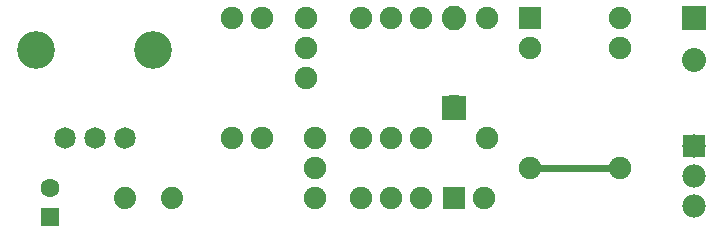
<source format=gbl>
G04 MADE WITH FRITZING*
G04 WWW.FRITZING.ORG*
G04 DOUBLE SIDED*
G04 HOLES PLATED*
G04 CONTOUR ON CENTER OF CONTOUR VECTOR*
%ASAXBY*%
%FSLAX23Y23*%
%MOIN*%
%OFA0B0*%
%SFA1.0B1.0*%
%ADD10C,0.075000*%
%ADD11C,0.074000*%
%ADD12C,0.082000*%
%ADD13C,0.080000*%
%ADD14C,0.071889*%
%ADD15C,0.071917*%
%ADD16C,0.124033*%
%ADD17C,0.078000*%
%ADD18C,0.062992*%
%ADD19C,0.125984*%
%ADD20R,0.075000X0.075000*%
%ADD21R,0.082000X0.082000*%
%ADD22R,0.080000X0.080000*%
%ADD23R,0.078000X0.078000*%
%ADD24R,0.062992X0.062992*%
%ADD25C,0.024000*%
%LNCOPPER0*%
G90*
G70*
G54D10*
X1818Y488D03*
X1818Y888D03*
X1960Y887D03*
X1960Y787D03*
X1960Y387D03*
X2260Y387D03*
X2260Y787D03*
X2260Y887D03*
X1597Y488D03*
X1597Y888D03*
G54D11*
X610Y287D03*
X768Y287D03*
G54D10*
X1498Y488D03*
X1498Y888D03*
X1398Y488D03*
X1398Y888D03*
X1067Y888D03*
X1067Y488D03*
X967Y488D03*
X967Y888D03*
G54D12*
X1708Y590D03*
X1708Y888D03*
G54D13*
X2508Y887D03*
X2508Y749D03*
G54D10*
X1214Y688D03*
X1214Y788D03*
X1214Y888D03*
X1246Y488D03*
X1246Y388D03*
X1246Y288D03*
X1598Y288D03*
X1498Y288D03*
X1398Y288D03*
X1708Y288D03*
X1808Y288D03*
G54D14*
X410Y487D03*
X510Y487D03*
G54D15*
X610Y487D03*
G54D16*
X316Y782D03*
X705Y782D03*
G54D17*
X2507Y461D03*
X2507Y361D03*
X2507Y261D03*
G54D18*
X362Y224D03*
X362Y322D03*
G54D19*
X315Y781D03*
X703Y782D03*
G54D20*
X1960Y887D03*
G54D21*
X1708Y589D03*
G54D22*
X2508Y887D03*
G54D20*
X1708Y288D03*
G54D23*
X2507Y461D03*
G54D24*
X362Y224D03*
G54D25*
X1988Y387D02*
X2231Y387D01*
G04 End of Copper0*
M02*
</source>
